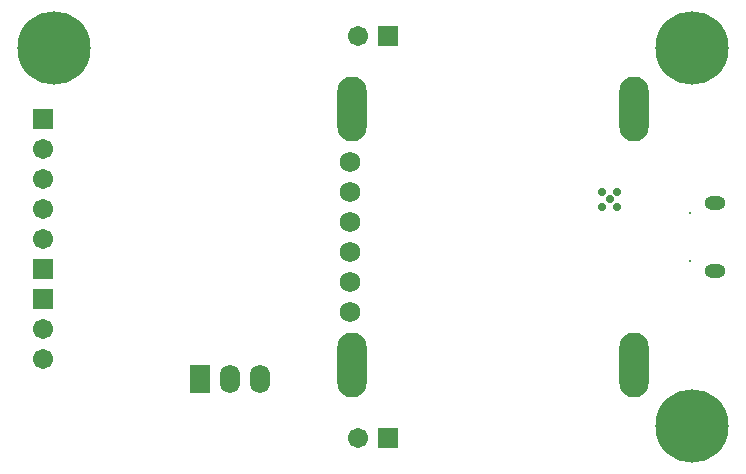
<source format=gbs>
G04*
G04 #@! TF.GenerationSoftware,Altium Limited,Altium Designer,19.0.5 (141)*
G04*
G04 Layer_Color=16711935*
%FSAX25Y25*%
%MOIN*%
G70*
G01*
G75*
%ADD64O,0.09855X0.21666*%
%ADD65C,0.06800*%
%ADD66O,0.06706X0.09461*%
%ADD67R,0.06706X0.09461*%
%ADD68C,0.06706*%
%ADD69R,0.06706X0.06706*%
%ADD70R,0.00800X0.00800*%
%ADD71O,0.07099X0.04737*%
%ADD72R,0.06706X0.06706*%
%ADD73C,0.24422*%
%ADD74C,0.02769*%
D64*
X0563386Y0154291D02*
D03*
Y0239409D02*
D03*
X0469291D02*
D03*
Y0154291D02*
D03*
D65*
X0468504Y0181850D02*
D03*
Y0191850D02*
D03*
Y0201850D02*
D03*
Y0211850D02*
D03*
Y0171850D02*
D03*
Y0221850D02*
D03*
D66*
X0438500Y0149500D02*
D03*
X0428500D02*
D03*
D67*
X0418500D02*
D03*
D68*
X0471380Y0263779D02*
D03*
Y0129921D02*
D03*
X0366142Y0226220D02*
D03*
Y0216220D02*
D03*
Y0206221D02*
D03*
Y0196221D02*
D03*
Y0156220D02*
D03*
Y0166220D02*
D03*
D69*
X0481380Y0263779D02*
D03*
Y0129921D02*
D03*
D70*
X0581794Y0204811D02*
D03*
Y0188866D02*
D03*
D71*
X0590259Y0208169D02*
D03*
Y0185531D02*
D03*
D72*
X0366142Y0236221D02*
D03*
Y0186221D02*
D03*
Y0176221D02*
D03*
D73*
X0582677Y0259842D02*
D03*
Y0133858D02*
D03*
X0370079Y0259842D02*
D03*
D74*
X0557658Y0207009D02*
D03*
X0555158Y0209509D02*
D03*
X0552658Y0207009D02*
D03*
X0557658Y0212009D02*
D03*
X0552658D02*
D03*
M02*

</source>
